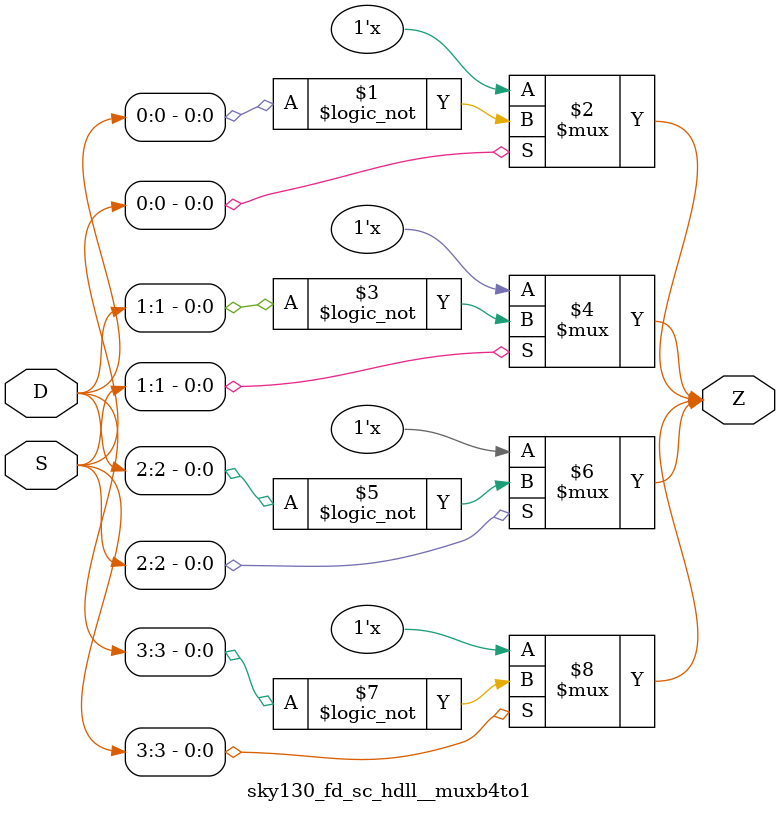
<source format=v>
module sky130_fd_sc_hdll__muxb4to1 (
    Z,
    D,
    S
);
    output       Z;
    input  [3:0] D;
    input  [3:0] S;
    bufif1 bufif10 (Z     , !D[0], S[0]    );
    bufif1 bufif11 (Z     , !D[1], S[1]    );
    bufif1 bufif12 (Z     , !D[2], S[2]    );
    bufif1 bufif13 (Z     , !D[3], S[3]    );
endmodule
</source>
